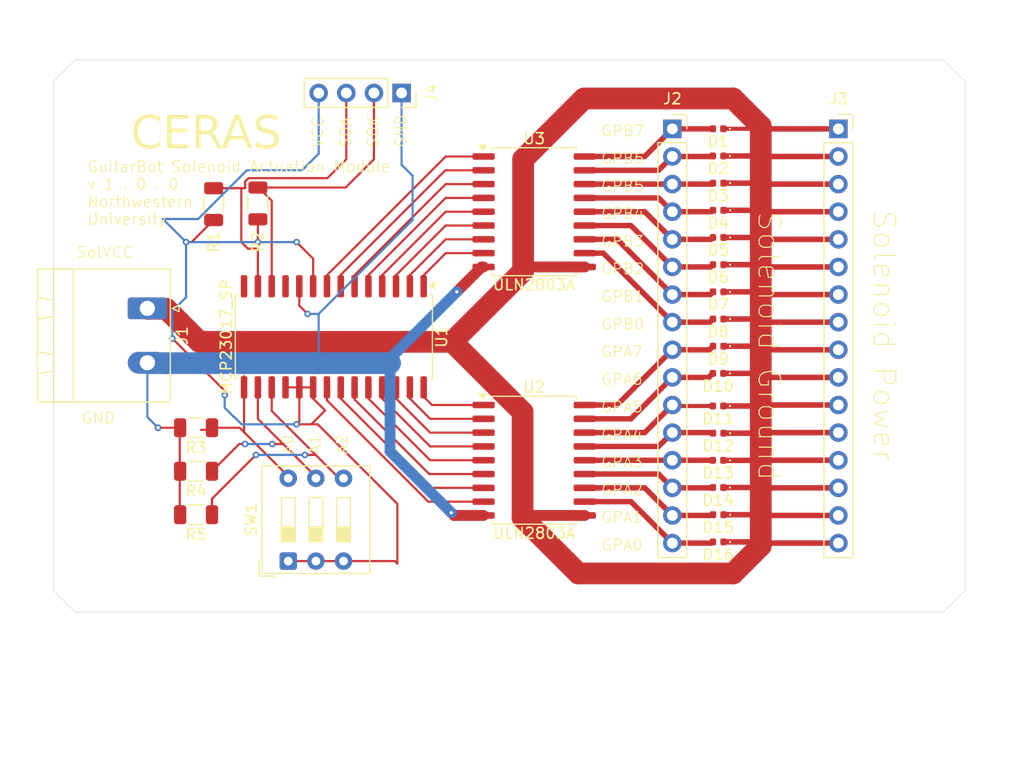
<source format=kicad_pcb>
(kicad_pcb (version 20241229) (generator "pcbnew") (generator_version "9.0")
  (layers (0 "F.Cu" signal) (2 "B.Cu" signal) (13 "F.Paste" user) (15 "B.Paste" user) (5 "F.SilkS" user "F.Silkscreen") (7 "B.SilkS" user "B.Silkscreen") (1 "F.Mask" user) (3 "B.Mask" user) (25 "Edge.Cuts" user))
  (net 0 "")
  (net 1 "+3.3V")
  (net 2 "/SDA")
  (net 3 "/SDK")
  (net 4 "GNDPWR")
  (net 5 "+12V")
  (net 6 "Net-(D1-A)")
  (net 7 "Net-(D2-A)")
  (net 8 "Net-(D3-A)")
  (net 9 "Net-(D4-A)")
  (net 10 "Net-(D5-A)")
  (net 11 "Net-(D6-A)")
  (net 12 "Net-(D7-A)")
  (net 13 "Net-(D8-A)")
  (net 14 "Net-(D9-A)")
  (net 15 "Net-(D10-A)")
  (net 16 "Net-(D11-A)")
  (net 17 "Net-(D12-A)")
  (net 18 "Net-(D13-A)")
  (net 19 "Net-(D14-A)")
  (net 20 "Net-(D15-A)")
  (net 21 "Net-(D16-A)")
  (net 22 "/Sol9")
  (net 23 "/Sol1")
  (net 24 "/Sol5")
  (net 25 "/Sol11")
  (net 27 "/Sol8")
  (net 28 "/Sol13")
  (net 29 "/Sol10")
  (net 30 "/Sol14")
  (net 31 "/Sol15")
  (net 33 "/Sol3")
  (net 34 "/Sol7")
  (net 35 "/Sol4")
  (net 36 "/Sol6")
  (net 37 "/Sol2")
  (net 38 "/Sol16")
  (net 39 "/Sol12")
  (net 40 "Net-(U1-A0)")
  (net 41 "Net-(U1-A1)")
  (net 42 "Net-(U1-A2)")
  (footprint "Diode_SMD:D_0402_1005Metric" (layer "F.Cu") (at 149 100 180)
    (property "Reference" "D9")
    (property "Value" "1N4001")
  )
  (footprint "Connector_PinSocket_2.54mm:PinSocket_1x16_P2.54mm_Vertical" (layer "F.Cu") (at 144.78 80.01)
    (property "Reference" "J2")
    (property "Value" "Screw_Terminal_01x16")
  )
  (footprint "Resistor_SMD:R_1206_3216Metric" (layer "F.Cu") (at 106.68 86.868 90)
    (property "Reference" "R2")
    (property "Value" "4k8")
  )
  (footprint "Resistor_SMD:R_1206_3216Metric" (layer "F.Cu") (at 101 111.5 180)
    (property "Reference" "R4")
    (property "Value" "10k")
  )
  (footprint "Diode_SMD:D_0402_1005Metric" (layer "F.Cu") (at 149 108 180)
    (property "Reference" "D12")
    (property "Value" "1N4001")
  )
  (footprint "Connector_PinSocket_2.54mm:PinSocket_1x16_P2.54mm_Vertical" (layer "F.Cu") (at 160.045 80.01)
    (property "Reference" "J3")
    (property "Value" "Screw_Terminal_01x16")
  )
  (footprint "Resistor_SMD:R_1206_3216Metric" (layer "F.Cu") (at 102.616 86.929501 90)
    (property "Reference" "R1")
    (property "Value" "4k8")
  )
  (footprint "Diode_SMD:D_0402_1005Metric" (layer "F.Cu") (at 148.985 113 180)
    (property "Reference" "D14")
    (property "Value" "1N4001")
  )
  (footprint "Package_SO:SOIC-28W_7.5x17.9mm_P1.27mm" (layer "F.Cu") (at 113.665 99.137999 -90)
    (property "Reference" "U1")
    (property "Value" "MCP23017_SP")
  )
  (footprint "Diode_SMD:D_0402_1005Metric" (layer "F.Cu") (at 149 95 180)
    (property "Reference" "D7")
    (property "Value" "1N4001")
  )
  (footprint "Diode_SMD:D_0402_1005Metric" (layer "F.Cu") (at 148.985 105.5 180)
    (property "Reference" "D11")
    (property "Value" "1N4001")
  )
  (footprint "Connector_PinSocket_2.54mm:PinSocket_1x04_P2.54mm_Vertical" (layer "F.Cu") (at 119.888 76.708 -90)
    (property "Reference" "J4")
    (property "Value" "Screw_Terminal_01x04")
  )
  (footprint "Diode_SMD:D_0402_1005Metric" (layer "F.Cu") (at 149 92.5 180)
    (property "Reference" "D6")
    (property "Value" "1N4001")
  )
  (footprint "Connector_Phoenix_MSTB:PhoenixContact_MSTBA_2,5_2-G_1x02_P5.00mm_Horizontal" (layer "F.Cu") (at 96.52 96.52 -90)
    (property "Reference" "J1")
    (property "Value" "Screw_Terminal_01x02")
  )
  (footprint "Diode_SMD:D_0402_1005Metric" (layer "F.Cu") (at 148.985 110.5 180)
    (property "Reference" "D13")
    (property "Value" "1N4001")
  )
  (footprint "Diode_SMD:D_0402_1005Metric" (layer "F.Cu") (at 149 115.5 180)
    (property "Reference" "D15")
    (property "Value" "1N4001")
  )
  (footprint "MountingHole:MountingHole_2.2mm_M2" (layer "F.Cu") (at 92.456 120.396)
    (property "Reference" "REF**" (hide yes))
    (property "Value" "MountingHole_2.2mm_M2")
  )
  (footprint "MountingHole:MountingHole_2.2mm_M2" (layer "F.Cu") (at 92.456 77.724)
    (property "Reference" "REF**" (hide yes))
    (property "Value" "MountingHole_2.2mm_M2")
  )
  (footprint "Package_SO:SOIC-18W_7.5x11.6mm_P1.27mm" (layer "F.Cu") (at 132.08 110.49)
    (property "Reference" "U2")
    (property "Value" "ULN2803A")
  )
  (footprint "Diode_SMD:D_0402_1005Metric" (layer "F.Cu") (at 149 90 180)
    (property "Reference" "D5")
    (property "Value" "1N4001")
  )
  (footprint "Diode_SMD:D_0402_1005Metric" (layer "F.Cu") (at 149 85 180)
    (property "Reference" "D3")
    (property "Value" "1N4001")
  )
  (footprint "Diode_SMD:D_0402_1005Metric" (layer "F.Cu") (at 148.985 80 180)
    (property "Reference" "D1")
    (property "Value" "1N4001")
  )
  (footprint "Resistor_SMD:R_1206_3216Metric" (layer "F.Cu") (at 101 115.5 180)
    (property "Reference" "R5")
    (property "Value" "10k")
  )
  (footprint "Diode_SMD:D_0402_1005Metric" (layer "F.Cu") (at 148.985 82.5 180)
    (property "Reference" "D2")
    (property "Value" "1N4001")
  )
  (footprint "Diode_SMD:D_0402_1005Metric" (layer "F.Cu") (at 149 118 180)
    (property "Reference" "D16")
    (property "Value" "1N4001")
  )
  (footprint "Resistor_SMD:R_1206_3216Metric" (layer "F.Cu") (at 101 107.5 180)
    (property "Reference" "R3")
    (property "Value" "10k")
  )
  (footprint "Button_Switch_THT:SW_DIP_SPSTx03_Slide_9.78x9.8mm_W7.62mm_P2.54mm" (layer "F.Cu") (at 109.472499 119.7675 90)
    (property "Reference" "SW1")
    (property "Value" "SW_DIP_x03")
  )
  (footprint "Diode_SMD:D_0402_1005Metric" (layer "F.Cu") (at 148.985 102.5 180)
    (property "Reference" "D10")
    (property "Value" "1N4001")
  )
  (footprint "Diode_SMD:D_0402_1005Metric" (layer "F.Cu") (at 149 87.5 180)
    (property "Reference" "D4")
    (property "Value" "1N4001")
  )
  (footprint "MountingHole:MountingHole_2.2mm_M2" (layer "F.Cu") (at 167.64 120.396)
    (property "Reference" "REF**" (hide yes))
    (property "Value" "MountingHole_2.2mm_M2")
  )
  (footprint "Diode_SMD:D_0402_1005Metric" (layer "F.Cu") (at 149 97.5 180)
    (property "Reference" "D8")
    (property "Value" "1N4001")
  )
  (footprint "MountingHole:MountingHole_2.2mm_M2" (layer "F.Cu") (at 167.64 77.724)
    (property "Reference" "REF**" (hide yes))
    (property "Value" "MountingHole_2.2mm_M2")
  )
  (footprint "Package_SO:SOIC-18W_7.5x11.6mm_P1.27mm" (layer "F.Cu") (at 132.08 87.63)
    (property "Reference" "U3")
    (property "Value" "ULN2803A")
  )
  (gr_line (start 99.5 115.5) (end 99.5 107.5) (stroke (width 0.2)) (layer "F.Cu") (net 4))
  (gr_line (start 169.704 73.66) (end 93.44 73.66) (stroke (width 0.05)) (layer "Edge.Cuts"))
  (gr_line (start 169.704 124.46) (end 171.704 122.46) (stroke (width 0.05)) (layer "Edge.Cuts"))
  (gr_line (start 87.884 122.460001) (end 87.884 75.660001) (stroke (width 0.05)) (layer "Edge.Cuts"))
  (gr_line (start 169.704 124.46) (end 93.44 124.46) (stroke (width 0.05)) (layer "Edge.Cuts"))
  (gr_line (start 89.884 124.460001) (end 93.44 124.46) (stroke (width 0.05)) (layer "Edge.Cuts"))
  (gr_line (start 89.884 124.460001) (end 87.884 122.460001) (stroke (width 0.05)) (layer "Edge.Cuts"))
  (gr_line (start 87.884 75.660001) (end 89.884 73.660001) (stroke (width 0.05)) (layer "Edge.Cuts"))
  (gr_line (start 93.44 73.66) (end 89.884 73.660001) (stroke (width 0.05)) (layer "Edge.Cuts"))
  (gr_line (start 171.704 75.66) (end 169.704 73.66) (stroke (width 0.05)) (layer "Edge.Cuts"))
  (gr_line (start 171.704 122.46) (end 171.704 75.66) (stroke (width 0.05)) (layer "Edge.Cuts"))
  (gr_text "GPA6" (at 138.176 103.632 0) (layer "F.SilkS") (effects (font (size 1 1) (thickness 0.1)) (justify left bottom)))
  (gr_text "GuitarBot Solenoid Actuation Module\nv 1 . 0 . 0\nNorthwestern\nUniversity" (at 90.932 88.9 0) (layer "F.SilkS") (effects (font (size 1 1) (thickness 0.1)) (justify left bottom)))
  (gr_text "GND\n" (at 90.424 107.188 0) (layer "F.SilkS") (effects (font (size 1 1) (thickness 0.1)) (justify left bottom)))
  (gr_text "GPA2" (at 138.176 113.792 0) (layer "F.SilkS") (effects (font (size 1 1) (thickness 0.1)) (justify left bottom)))
  (gr_text "GPB3\n" (at 138.176 90.932 0) (layer "F.SilkS") (effects (font (size 1 1) (thickness 0.1)) (justify left bottom)))
  (gr_text "A1" (at 112.5 110 90) (layer "F.SilkS") (effects (font (size 1 1) (thickness 0.1)) (justify left bottom)))
  (gr_text "GPA5" (at 138.176 106.172 0) (layer "F.SilkS") (effects (font (size 1 1) (thickness 0.1)) (justify left bottom)))
  (gr_text "Solenoid Power" (at 163.068 87.376 270) (layer "F.SilkS") (effects (font (size 2 2) (thickness 0.1)) (justify left bottom)))
  (gr_text "GPB2\n" (at 138.176 93.472 0) (layer "F.SilkS") (effects (font (size 1 1) (thickness 0.1)) (justify left bottom)))
  (gr_text "GND\n" (at 120.396 81.788 90) (layer "F.SilkS") (effects (font (size 1 1) (thickness 0.1)) (justify left bottom)))
  (gr_text "A2" (at 115 110 90) (layer "F.SilkS") (effects (font (size 1 1) (thickness 0.1)) (justify left bottom)))
  (gr_text "GPB7\n" (at 138.176 80.772 0) (layer "F.SilkS") (effects (font (size 1 1) (thickness 0.1)) (justify left bottom)))
  (gr_text "VCC\n" (at 112.776 81.788 90) (layer "F.SilkS") (effects (font (size 1 1) (thickness 0.1)) (justify left bottom)))
  (gr_text "Solenoid Ground\n" (at 152.5 87.5 270) (layer "F.SilkS") (effects (font (size 2 2) (thickness 0.1)) (justify left bottom)))
  (gr_text "GPA0" (at 138.176 118.872 0) (layer "F.SilkS") (effects (font (size 1 1) (thickness 0.1)) (justify left bottom)))
  (gr_text "GPA7\n" (at 138.176 101.092 0) (layer "F.SilkS") (effects (font (size 1 1) (thickness 0.1)) (justify left bottom)))
  (gr_text "GPB6\n" (at 138.176 83.312 0) (layer "F.SilkS") (effects (font (size 1 1) (thickness 0.1)) (justify left bottom)))
  (gr_text "GPB5\n" (at 138.176 85.852 0) (layer "F.SilkS") (effects (font (size 1 1) (thickness 0.1)) (justify left bottom)))
  (gr_text "SDK\n" (at 117.856 81.788 90) (layer "F.SilkS") (effects (font (size 1 1) (thickness 0.1)) (justify left bottom)))
  (gr_text "GPB1\n" (at 138.176 96.012 0) (layer "F.SilkS") (effects (font (size 1 1) (thickness 0.1)) (justify left bottom)))
  (gr_text "CERAS" (at 94.996 82.296 0) (layer "F.SilkS") (effects (font (size 3 3) (thickness 0.1)) (justify left bottom)))
  (gr_text "GPB0\n" (at 138.176 98.552 0) (layer "F.SilkS") (effects (font (size 1 1) (thickness 0.1)) (justify left bottom)))
  (gr_text "GPA4" (at 138.176 108.712 0) (layer "F.SilkS") (effects (font (size 1 1) (thickness 0.1)) (justify left bottom)))
  (gr_text "GPA3" (at 138.176 111.252 0) (layer "F.SilkS") (effects (font (size 1 1) (thickness 0.1)) (justify left bottom)))
  (gr_text "GPA1" (at 138.176 116.332 0) (layer "F.SilkS") (effects (font (size 1 1) (thickness 0.1)) (justify left bottom)))
  (gr_text "A0" (at 110 110 90) (layer "F.SilkS") (effects (font (size 1 1) (thickness 0.1)) (justify left bottom)))
  (gr_text "SDA\n" (at 115.316 81.788 90) (layer "F.SilkS") (effects (font (size 1 1) (thickness 0.1)) (justify left bottom)))
  (gr_text "SolVCC" (at 89.916 91.948 0) (layer "F.SilkS") (effects (font (size 1 1) (thickness 0.1)) (justify left bottom)))
  (gr_text "GPB4\n" (at 138.176 88.392 0) (layer "F.SilkS") (effects (font (size 1 1) (thickness 0.1)) (justify left bottom)))
  (segment (start 106.679999 88.330499) (end 106.68 88.3305) (width 0.2) (layer "F.Cu") (net 1))
  (segment (start 110.236 90.424) (end 111.76 91.948) (width 0.2) (layer "F.Cu") (net 1))
  (segment (start 111.76 91.948) (end 111.76 94.487999) (width 0.2) (layer "F.Cu") (net 1))
  (segment (start 110.49 103.787999) (end 111.76 103.787999) (width 0.2) (layer "F.Cu") (net 1))
  (segment (start 110.236 107.188) (end 110.49 106.934) (width 0.2) (layer "F.Cu") (net 1))
  (segment (start 100.583999 90.424) (end 100.076 90.424) (width 0.2) (layer "F.Cu") (net 1))
  (segment (start 112.861 105.913998) (end 111.586998 107.188) (width 0.2) (layer "F.Cu") (net 1))
  (segment (start 119.5 114.5) (end 119.5 120) (width 0.2) (layer "F.Cu") (net 1))
  (segment (start 111.76 104.812998) (end 111.76 103.787999) (width 0.2) (layer "F.Cu") (net 1))
  (segment (start 110.49 106.934) (end 110.49 103.787999) (width 0.2) (layer "F.Cu") (net 1))
  (segment (start 102.616 88.391999) (end 100.583999 90.424) (width 0.2) (layer "F.Cu") (net 1))
  (segment (start 103.632 104.104061) (end 98.823969 99.296031) (width 0.2) (layer "F.Cu") (net 1))
  (segment (start 111.586998 107.188) (end 110.236 107.188) (width 0.2) (layer "F.Cu") (net 1))
  (segment (start 119.2675 119.7675) (end 109.472499 119.7675) (width 0.2) (layer "F.Cu") (net 1))
  (segment (start 103.632 104.5) (end 103.632 104.104061) (width 0.2) (layer "F.Cu") (net 1))
  (segment (start 119.5 120) (end 119.2675 119.7675) (width 0.2) (layer "F.Cu") (net 1))
  (segment (start 112.861 105.913998) (end 111.76 104.812998) (width 0.2) (layer "F.Cu") (net 1))
  (segment (start 111.586998 107.188) (end 112.188 107.188) (width 0.2) (layer "F.Cu") (net 1))
  (segment (start 112.188 107.188) (end 119.5 114.5) (width 0.2) (layer "F.Cu") (net 1))
  (segment (start 106.68 88.3305) (end 106.68 90.424) (width 0.2) (layer "F.Cu") (net 1))
  (segment (start 109.219999 103.788) (end 110.49 103.787999) (width 0.2) (layer "F.Cu") (net 1))
  (via (at 110.236 107.188) (size 0.6) (drill 0.3) (layers "F.Cu" "B.Cu") (net 1))
  (via (at 110.236 90.424) (size 0.6) (drill 0.3) (layers "F.Cu" "B.Cu") (net 1))
  (via (at 103.632 104.5) (size 0.6) (drill 0.3) (layers "F.Cu" "B.Cu") (net 1))
  (via (at 106.68 90.424) (size 0.6) (drill 0.3) (layers "F.Cu" "B.Cu") (net 1))
  (via (at 100.076 90.424) (size 0.6) (drill 0.3) (layers "F.Cu" "B.Cu") (net 1))
  (via (at 98.823969 99.296031) (size 0.6) (drill 0.3) (layers "F.Cu" "B.Cu") (net 1))
  (segment (start 100.076 90.424) (end 106.68 90.424) (width 0.2) (layer "B.Cu") (net 1))
  (segment (start 105.188 107.188) (end 110.236 107.188) (width 0.2) (layer "B.Cu") (net 1))
  (segment (start 97.951 88.299) (end 101.185 88.299) (width 0.2) (layer "B.Cu") (net 1))
  (segment (start 105.664 83.82) (end 110.744 83.82) (width 0.2) (layer "B.Cu") (net 1))
  (segment (start 100.076 90.424) (end 97.951 88.299) (width 0.2) (layer "B.Cu") (net 1))
  (segment (start 104.5 106.5) (end 105.188 107.188) (width 0.2) (layer "B.Cu") (net 1))
  (segment (start 103.632 104.5) (end 103.632 105.664) (width 0.2) (layer "B.Cu") (net 1))
  (segment (start 104.468 106.5) (end 104.5 106.5) (width 0.2) (layer "B.Cu") (net 1))
  (segment (start 110.744 83.82) (end 112.268 82.296) (width 0.2) (layer "B.Cu") (net 1))
  (segment (start 101.185 88.299) (end 105.664 83.82) (width 0.2) (layer "B.Cu") (net 1))
  (segment (start 109.22 90.424) (end 110.236 90.424) (width 0.2) (layer "B.Cu") (net 1))
  (segment (start 100.076 95.504) (end 100.076 90.424) (width 0.2) (layer "B.Cu") (net 1))
  (segment (start 98.823969 96.756031) (end 100.076 95.504) (width 0.2) (layer "B.Cu") (net 1))
  (segment (start 112.268 82.296) (end 112.268 76.708) (width 0.2) (layer "B.Cu") (net 1))
  (segment (start 106.68 90.424) (end 109.22 90.424) (width 0.2) (layer "B.Cu") (net 1))
  (segment (start 98.823969 99.296031) (end 98.823969 96.756031) (width 0.2) (layer "B.Cu") (net 1))
  (segment (start 103.632 105.664) (end 104.468 106.5) (width 0.2) (layer "B.Cu") (net 1))
  (segment (start 102.616 85.467003) (end 105.156 85.467003) (width 0.2) (layer "F.Cu") (net 2))
  (segment (start 105.504001 84.857841) (end 105.504001 85.467003) (width 0.2) (layer "F.Cu") (net 2))
  (segment (start 105.757 91.025) (end 106.68 91.025) (width 0.2) (layer "F.Cu") (net 2))
  (segment (start 114.808 76.707998) (end 114.808 82.804) (width 0.2) (layer "F.Cu") (net 2))
  (segment (start 113.069999 84.542001) (end 105.819841 84.542001) (width 0.2) (layer "F.Cu") (net 2))
  (segment (start 114.808 82.804) (end 113.069999 84.542001) (width 0.2) (layer "F.Cu") (net 2))
  (segment (start 105.156 90.424) (end 105.493029 90.761029) (width 0.2) (layer "F.Cu") (net 2))
  (segment (start 106.68 91.025) (end 106.68 94.487998) (width 0.2) (layer "F.Cu") (net 2))
  (segment (start 105.819841 84.542001) (end 105.504001 84.857841) (width 0.2) (layer "F.Cu") (net 2))
  (segment (start 105.156 85.467003) (end 105.156 90.424) (width 0.2) (layer "F.Cu") (net 2))
  (segment (start 105.493028 90.761029) (end 105.757 91.025) (width 0.2) (layer "F.Cu") (net 2))
  (segment (start 105.493029 90.761029) (end 105.493028 90.761029) (width 0.2) (layer "F.Cu") (net 2))
  (segment (start 105.504001 85.467003) (end 102.616 85.467003) (width 0.2) (layer "F.Cu") (net 2))
  (segment (start 117.348 76.708) (end 117.348 82.804) (width 0.2) (layer "F.Cu") (net 3))
  (segment (start 107.95 86.614) (end 107.95 94.488) (width 0.2) (layer "F.Cu") (net 3))
  (segment (start 117.348 82.804) (end 114.746499 85.405501) (width 0.2) (layer "F.Cu") (net 3))
  (segment (start 114.746499 85.405501) (end 106.680001 85.405501) (width 0.2) (layer "F.Cu") (net 3))
  (segment (start 106.680001 85.405501) (end 106.741501 85.405501) (width 0.2) (layer "F.Cu") (net 3))
  (segment (start 106.741501 85.405501) (end 107.95 86.614) (width 0.2) (layer "F.Cu") (net 3))
  (segment (start 110.49 94.487999) (end 110.49 96.266) (width 0.2) (layer "F.Cu") (net 4))
  (segment (start 124.714 115.57) (end 124.46 115.316) (width 1) (layer "F.Cu") (net 4))
  (segment (start 97.5 107.5) (end 99.5 107.5) (width 0.2) (layer "F.Cu") (net 4))
  (segment (start 127.43 115.57) (end 124.714 115.57) (width 1) (layer "F.Cu") (net 4))
  (segment (start 110.49 96.266) (end 111.252 97.028) (width 0.2) (layer "F.Cu") (net 4))
  (segment (start 127.43 92.71) (end 127.254 92.71) (width 1) (layer "F.Cu") (net 4))
  (segment (start 127.254 92.71) (end 124.968 94.996) (width 1) (layer "F.Cu") (net 4))
  (via (at 97.5 107.5) (size 0.6) (drill 0.3) (layers "F.Cu" "B.Cu") (net 4))
  (via (at 111.252 97.028) (size 0.6) (drill 0.3) (layers "F.Cu" "B.Cu") (net 4))
  (via (at 124.968 94.996) (size 0.6) (drill 0.3) (layers "F.Cu" "B.Cu") (net 4))
  (via (at 97.5 107.5) (size 0.6) (drill 0.3) (layers "F.Cu" "B.Cu") (net 4))
  (via (at 124.46 115.316) (size 0.6) (drill 0.3) (layers "F.Cu" "B.Cu") (net 4))
  (segment (start 98.2655 101.56) (end 112.268 101.56) (width 2) (layer "B.Cu") (net 4))
  (segment (start 120.904 84.328) (end 120.904 88.392) (width 0.2) (layer "B.Cu") (net 4))
  (segment (start 118.832 109.688) (end 118.832 101.56) (width 1) (layer "B.Cu") (net 4))
  (segment (start 120.904 88.392) (end 112.268 97.028) (width 0.2) (layer "B.Cu") (net 4))
  (segment (start 119.888 76.708) (end 119.888 83.312) (width 0.2) (layer "B.Cu") (net 4))
  (segment (start 119.888 83.312) (end 120.904 84.328) (width 0.2) (layer "B.Cu") (net 4))
  (segment (start 118.832 101.132) (end 118.832 101.56) (width 1) (layer "B.Cu") (net 4))
  (segment (start 124.968 94.996) (end 118.832 101.132) (width 1) (layer "B.Cu") (net 4))
  (segment (start 98.2655 101.56) (end 96.56 101.56) (width 2) (layer "B.Cu") (net 4))
  (segment (start 96.56 101.56) (end 96.52 101.52) (width 2) (layer "B.Cu") (net 4))
  (segment (start 96.52 106.52) (end 96.52 101.52) (width 0.2) (layer "B.Cu") (net 4))
  (segment (start 112.268 101.56) (end 118.832 101.56) (width 2) (layer "B.Cu") (net 4))
  (segment (start 111.252 97.028) (end 112.268 97.028) (width 0.2) (layer "B.Cu") (net 4))
  (segment (start 97.5 107.5) (end 96.52 106.52) (width 0.2) (layer "B.Cu") (net 4))
  (segment (start 124.46 115.316) (end 118.832 109.688) (width 1) (layer "B.Cu") (net 4))
  (segment (start 112.268 97.028) (end 112.268 101.56) (width 0.2) (layer "B.Cu") (net 4))
  (segment (start 160.045 110.49) (end 153.162 110.49) (width 0.508) (layer "F.Cu") (net 5))
  (segment (start 149.485 92.5) (end 152.444 92.5) (width 0.508) (layer "F.Cu") (net 5))
  (segment (start 153.162 105.41) (end 152.908 105.664) (width 0.508) (layer "F.Cu") (net 5))
  (segment (start 152.908 82.296) (end 152.908 85.344) (width 2) (layer "F.Cu") (net 5))
  (segment (start 152.908 108.204) (end 152.908 110.744) (width 2) (layer "F.Cu") (net 5))
  (segment (start 136.73 92.71) (end 131.44776 92.71) (width 1) (layer "F.Cu") (net 5))
  (segment (start 160.045 107.95) (end 153.162 107.95) (width 0.508) (layer "F.Cu") (net 5))
  (segment (start 152.908 98.044) (end 152.908 100) (width 2) (layer "F.Cu") (net 5))
  (segment (start 152.908 118.364) (end 150.368 120.904) (width 2) (layer "F.Cu") (net 5))
  (segment (start 160.045 95.25) (end 153.162 95.25) (width 0.508) (layer "F.Cu") (net 5))
  (segment (start 131.272 115.57) (end 131.041 115.801) (width 0.508) (layer "F.Cu") (net 5))
  (segment (start 131.064 93.09376) (end 131.064 82.804) (width 2) (layer "F.Cu") (net 5))
  (segment (start 153.162 92.71) (end 152.908 92.964) (width 0.508) (layer "F.Cu") (net 5))
  (segment (start 152.908 87.63) (end 152.908 87.376) (width 0.508) (layer "F.Cu") (net 5))
  (segment (start 160.045 97.79) (end 153.162 97.79) (width 0.508) (layer "F.Cu") (net 5))
  (segment (start 160.045 102.87) (end 153.162 102.87) (width 0.508) (layer "F.Cu") (net 5))
  (segment (start 160.045 80.01) (end 153.162 80.01) (width 0.508) (layer "F.Cu") (net 5))
  (segment (start 136.73 115.57) (end 131.272 115.57) (width 1) (layer "F.Cu") (net 5))
  (segment (start 131.01576 115.77576) (end 131.041 115.801) (width 2) (layer "F.Cu") (net 5))
  (segment (start 153.67 100.33) (end 152.908 101.092) (width 0.508) (layer "F.Cu") (net 5))
  (segment (start 124.55876 99.599) (end 131.064 93.09376) (width 2) (layer "F.Cu") (net 5))
  (segment (start 152.284 102.5) (end 152.908 103.124) (width 0.508) (layer "F.Cu") (net 5))
  (segment (start 98.2655 96.56) (end 96.56 96.56) (width 2) (layer "F.Cu") (net 5))
  (segment (start 149.485 115.5) (end 152.724 115.5) (width 0.508) (layer "F.Cu") (net 5))
  (segment (start 152.624 113) (end 152.908 113.284) (width 0.508) (layer "F.Cu") (net 5))
  (segment (start 149.485 97.5) (end 152.364 97.5) (width 0.508) (layer "F.Cu") (net 5))
  (segment (start 136.652 77.216) (end 150.368 77.216) (width 2) (layer "F.Cu") (net 5))
  (segment (start 152.908 87.376) (end 152.908 90.424) (width 2) (layer "F.Cu") (net 5))
  (segment (start 152.908 103.124) (end 152.908 105.664) (width 2) (layer "F.Cu") (net 5))
  (segment (start 160.045 105.41) (end 153.162 105.41) (width 0.508) (layer "F.Cu") (net 5))
  (segment (start 96.56 96.56) (end 96.52 96.52) (width 2) (layer "F.Cu") (net 5))
  (segment (start 152.908 90.424) (end 152.908 92.964) (width 2) (layer "F.Cu") (net 5))
  (segment (start 152.724 115.5) (end 152.908 115.316) (width 0.508) (layer "F.Cu") (net 5))
  (segment (start 149.485 87.5) (end 152.784 87.5) (width 0.508) (layer "F.Cu") (net 5))
  (segment (start 153.162 85.09) (end 152.908 85.344) (width 0.508) (layer "F.Cu") (net 5))
  (segment (start 152.908 105.664) (end 152.908 108.204) (width 2) (layer "F.Cu") (net 5))
  (segment (start 131.01576 115.77576) (end 131.01576 106.056) (width 2) (layer "F.Cu") (net 5))
  (segment (start 152.908 95.504) (end 152.908 98.044) (width 2) (layer "F.Cu") (net 5))
  (segment (start 153.162 90.17) (end 152.908 90.424) (width 0.508) (layer "F.Cu") (net 5))
  (segment (start 152.908 85.344) (end 152.908 87.376) (width 2) (layer "F.Cu") (net 5))
  (segment (start 152.704 108) (end 152.908 108.204) (width 0.508) (layer "F.Cu") (net 5))
  (segment (start 101.3045 99.599) (end 98.2655 96.56) (width 2) (layer "F.Cu") (net 5))
  (segment (start 149.47 82.5) (end 152.704 82.5) (width 0.508) (layer "F.Cu") (net 5))
  (segment (start 149.47 80) (end 152.664 80) (width 0.381) (layer "F.Cu") (net 5))
  (segment (start 152.908 113.284) (end 152.908 115.316) (width 2) (layer "F.Cu") (net 5))
  (segment (start 153.162 115.57) (end 152.908 115.316) (width 0.508) (layer "F.Cu") (net 5))
  (segment (start 152.664 110.5) (end 152.908 110.744) (width 0.508) (layer "F.Cu") (net 5))
  (segment (start 160.045 92.71) (end 153.162 92.71) (width 0.508) (layer "F.Cu") (net 5))
  (segment (start 150.368 77.216) (end 152.908 79.756) (width 2) (layer "F.Cu") (net 5))
  (segment (start 152.908 79.756) (end 152.908 82.296) (width 2) (layer "F.Cu") (net 5))
  (segment (start 149.485 118) (end 152.408 118) (width 0.508) (layer "F.Cu") (net 5))
  (segment (start 149.47 113) (end 152.624 113) (width 0.508) (layer "F.Cu") (net 5))
  (segment (start 149.485 95) (end 152.404 95) (width 0.508) (layer "F.Cu") (net 5))
  (segment (start 153.162 118.11) (end 152.908 118.364) (width 0.508) (layer "F.Cu") (net 5))
  (segment (start 152.408 118) (end 152.908 117.5) (width 0.508) (layer "F.Cu") (net 5))
  (segment (start 153.162 102.87) (end 152.908 103.124) (width 0.508) (layer "F.Cu") (net 5))
  (segment (start 149.47 102.5) (end 152.284 102.5) (width 0.508) (layer "F.Cu") (net 5))
  (segment (start 152.544 118) (end 152.908 118.364) (width 0.2) (layer "F.Cu") (net 5))
  (segment (start 160.045 82.55) (end 152.908 82.55) (width 0.508) (layer "F.Cu") (net 5))
  (segment (start 160.045 90.17) (end 153.162 90.17) (width 0.508) (layer "F.Cu") (net 5))
  (segment (start 152.908 110.744) (end 152.908 113.284) (width 2) (layer "F.Cu") (net 5))
  (segment (start 152.908 115.316) (end 152.908 117.5) (width 2) (layer "F.Cu") (net 5))
  (segment (start 160.045 85.09) (end 153.162 85.09) (width 0.508) (layer "F.Cu") (net 5))
  (segment (start 152.664 80) (end 152.908 79.756) (width 0.2) (layer "F.Cu") (net 5))
  (segment (start 152.908 117.5) (end 152.908 118.364) (width 2) (layer "F.Cu") (net 5))
  (segment (start 131.01576 106.056) (end 124.55876 99.599) (width 2) (layer "F.Cu") (net 5))
  (segment (start 153.162 95.25) (end 152.908 95.504) (width 0.508) (layer "F.Cu") (net 5))
  (segment (start 152.908 101.092) (end 152.908 103.124) (width 2) (layer "F.Cu") (net 5))
  (segment (start 153.162 97.79) (end 152.908 98.044) (width 0.508) (layer "F.Cu") (net 5))
  (segment (start 160.045 113.03) (end 153.162 113.03) (width 0.508) (layer "F.Cu") (net 5))
  (segment (start 152.484 90) (end 152.908 90.424) (width 0.508) (layer "F.Cu") (net 5))
  (segment (start 160.045 100.33) (end 153.67 100.33) (width 0.508) (layer "F.Cu") (net 5))
  (segment (start 160.045 87.63) (end 152.908 87.63) (width 0.508) (layer "F.Cu") (net 5))
  (segment (start 136.144 120.904) (end 131.01576 115.77576) (width 2) (layer "F.Cu") (net 5))
  (segment (start 149.485 108) (end 152.704 108) (width 0.508) (layer "F.Cu") (net 5))
  (segment (start 149.47 105.5) (end 152.744 105.5) (width 0.508) (layer "F.Cu") (net 5))
  (segment (start 131.44776 92.71) (end 131.064 93.09376) (width 0.508) (layer "F.Cu") (net 5))
  (segment (start 149.485 90) (end 152.484 90) (width 0.508) (layer "F.Cu") (net 5))
  (segment (start 152.908 92.964) (end 152.908 95.504) (width 2) (layer "F.Cu") (net 5))
  (segment (start 153.162 113.03) (end 152.908 113.284) (width 0.508) (layer "F.Cu") (net 5))
  (segment (start 152.444 92.5) (end 152.908 92.964) (width 0.508) (layer "F.Cu") (net 5))
  (segment (start 152.744 105.5) (end 152.908 105.664) (width 0.508) (layer "F.Cu") (net 5))
  (segment (start 124.55876 99.599) (end 101.3045 99.599) (width 2) (layer "F.Cu") (net 5))
  (segment (start 160.045 115.57) (end 153.162 115.57) (width 0.508) (layer "F.Cu") (net 5))
  (segment (start 152.364 97.5) (end 152.908 98.044) (width 0.508) (layer "F.Cu") (net 5))
  (segment (start 152.704 82.5) (end 152.908 82.296) (width 0.508) (layer "F.Cu") (net 5))
  (segment (start 150.368 120.904) (end 136.144 120.904) (width 2) (layer "F.Cu") (net 5))
  (segment (start 149.485 85) (end 152.564 85) (width 0.508) (layer "F.Cu") (net 5))
  (segment (start 131.064 82.804) (end 136.652 77.216) (width 2) (layer "F.Cu") (net 5))
  (segment (start 160.045 118.11) (end 153.162 118.11) (width 0.508) (layer "F.Cu") (net 5))
  (segment (start 152.908 82.55) (end 152.908 82.296) (width 0.508) (layer "F.Cu") (net 5))
  (segment (start 153.162 80.01) (end 152.908 79.756) (width 0.508) (layer "F.Cu") (net 5))
  (segment (start 153.162 107.95) (end 152.908 108.204) (width 0.508) (layer "F.Cu") (net 5))
  (segment (start 152.564 85) (end 152.908 85.344) (width 0.508) (layer "F.Cu") (net 5))
  (segment (start 152.404 95) (end 152.908 95.504) (width 0.508) (layer "F.Cu") (net 5))
  (segment (start 153.162 110.49) (end 152.908 110.744) (width 0.508) (layer "F.Cu") (net 5))
  (segment (start 149.485 100) (end 152.908 100) (width 0.508) (layer "F.Cu") (net 5))
  (segment (start 149.47 110.5) (end 152.664 110.5) (width 0.508) (layer "F.Cu") (net 5))
  (segment (start 152.784 87.5) (end 152.908 87.376) (width 0.508) (layer "F.Cu") (net 5))
  (segment (start 152.908 100) (end 152.908 101.092) (width 2) (layer "F.Cu") (net 5))
  (segment (start 144.78 80.01) (end 148.49 80.01) (width 0.5) (layer "F.Cu") (net 6))
  (segment (start 142.24 82.55) (end 144.78 80.01) (width 0.5) (layer "F.Cu") (net 6))
  (segment (start 148.49 80.01) (end 148.5 80) (width 0.5) (layer "F.Cu") (net 6))
  (segment (start 136.73 82.55) (end 142.24 82.55) (width 0.5) (layer "F.Cu") (net 6))
  (segment (start 143.51 83.82) (end 144.78 82.55) (width 0.5) (layer "F.Cu") (net 7))
  (segment (start 136.73 83.82) (end 143.51 83.82) (width 0.5) (layer "F.Cu") (net 7))
  (segment (start 144.78 82.55) (end 148.45 82.55) (width 0.5) (layer "F.Cu") (net 7))
  (segment (start 148.45 82.55) (end 148.5 82.5) (width 0.5) (layer "F.Cu") (net 7))
  (segment (start 136.73 85.09) (end 144.78 85.09) (width 0.5) (layer "F.Cu") (net 8))
  (segment (start 148.425 85.09) (end 148.515 85) (width 0.5) (layer "F.Cu") (net 8))
  (segment (start 144.78 85.09) (end 148.425 85.09) (width 0.5) (layer "F.Cu") (net 8))
  (segment (start 136.73 86.36) (end 143.51 86.36) (width 0.5) (layer "F.Cu") (net 9))
  (segment (start 144.78 87.63) (end 148.385 87.63) (width 0.5) (layer "F.Cu") (net 9))
  (segment (start 143.51 86.36) (end 144.78 87.63) (width 0.5) (layer "F.Cu") (net 9))
  (segment (start 148.385 87.63) (end 148.515 87.5) (width 0.5) (layer "F.Cu") (net 9))
  (segment (start 144.78 90.17) (end 148.345 90.17) (width 0.5) (layer "F.Cu") (net 10))
  (segment (start 142.24 87.63) (end 144.78 90.17) (width 0.5) (layer "F.Cu") (net 10))
  (segment (start 136.73 87.63) (end 142.24 87.63) (width 0.5) (layer "F.Cu") (net 10))
  (segment (start 148.345 90.17) (end 148.515 90) (width 0.5) (layer "F.Cu") (net 10))
  (segment (start 140.97 88.9) (end 144.78 92.71) (width 0.5) (layer "F.Cu") (net 11))
  (segment (start 144.78 92.71) (end 148.305 92.71) (width 0.5) (layer "F.Cu") (net 11))
  (segment (start 148.305 92.71) (end 148.515 92.5) (width 0.5) (layer "F.Cu") (net 11))
  (segment (start 136.73 88.9) (end 140.97 88.9) (width 0.5) (layer "F.Cu") (net 11))
  (segment (start 139.7 90.17) (end 144.78 95.25) (width 0.5) (layer "F.Cu") (net 12))
  (segment (start 136.73 90.17) (end 139.7 90.17) (width 0.5) (layer "F.Cu") (net 12))
  (segment (start 144.78 95.25) (end 148.265 95.25) (width 0.5) (layer "F.Cu") (net 12))
  (segment (start 148.265 95.25) (end 148.515 95) (width 0.5) (layer "F.Cu") (net 12))
  (segment (start 136.73 91.44) (end 138.43 91.44) (width 0.5) (layer "F.Cu") (net 13))
  (segment (start 138.43 91.44) (end 144.78 97.79) (width 0.5) (layer "F.Cu") (net 13))
  (segment (start 148.225 97.79) (end 148.515 97.5) (width 0.5) (layer "F.Cu") (net 13))
  (segment (start 144.78 97.79) (end 148.225 97.79) (width 0.5) (layer "F.Cu") (net 13))
  (segment (start 136.73 105.41) (end 139.7 105.41) (width 0.5) (layer "F.Cu") (net 14))
  (segment (start 148.185 100.33) (end 148.515 100) (width 0.5) (layer "F.Cu") (net 14))
  (segment (start 144.78 100.33) (end 148.185 100.33) (width 0.5) (layer "F.Cu") (net 14))
  (segment (start 139.7 105.41) (end 144.78 100.33) (width 0.5) (layer "F.Cu") (net 14))
  (segment (start 148.13 102.87) (end 148.5 102.5) (width 0.5) (layer "F.Cu") (net 15))
  (segment (start 140.97 106.68) (end 144.78 102.87) (width 0.5) (layer "F.Cu") (net 15))
  (segment (start 136.73 106.68) (end 140.97 106.68) (width 0.5) (layer "F.Cu") (net 15))
  (segment (start 144.78 102.87) (end 148.13 102.87) (width 0.5) (layer "F.Cu") (net 15))
  (segment (start 148.5 105.5) (end 144.87 105.5) (width 0.381) (layer "F.Cu") (net 16))
  (segment (start 142.24 107.95) (end 144.78 105.41) (width 0.5) (layer "F.Cu") (net 16))
  (segment (start 136.73 107.95) (end 142.24 107.95) (width 0.5) (layer "F.Cu") (net 16))
  (segment (start 144.87 105.5) (end 144.78 105.41) (width 0.381) (layer "F.Cu") (net 16))
  (segment (start 148.465 107.95) (end 148.515 108) (width 0.5) (layer "F.Cu") (net 17))
  (segment (start 144.78 107.95) (end 148.465 107.95) (width 0.5) (layer "F.Cu") (net 17))
  (segment (start 143.51 109.22) (end 144.78 107.95) (width 0.5) (layer "F.Cu") (net 17))
  (segment (start 136.73 109.22) (end 143.51 109.22) (width 0.5) (layer "F.Cu") (net 17))
  (segment (start 148.49 110.49) (end 148.5 110.5) (width 0.5) (layer "F.Cu") (net 18))
  (segment (start 136.73 110.49) (end 144.78 110.49) (width 0.5) (layer "F.Cu") (net 18))
  (segment (start 144.78 110.49) (end 148.49 110.49) (width 0.5) (layer "F.Cu") (net 18))
  (segment (start 136.73 111.76) (end 143.51 111.76) (width 0.5) (layer "F.Cu") (net 19))
  (segment (start 143.51 111.76) (end 144.78 113.03) (width 0.5) (layer "F.Cu") (net 19))
  (segment (start 148.47 113.03) (end 148.5 113) (width 0.5) (layer "F.Cu") (net 19))
  (segment (start 144.78 113.03) (end 148.47 113.03) (width 0.5) (layer "F.Cu") (net 19))
  (segment (start 144.78 115.57) (end 148.445 115.57) (width 0.5) (layer "F.Cu") (net 20))
  (segment (start 142.24 113.03) (end 144.78 115.57) (width 0.5) (layer "F.Cu") (net 20))
  (segment (start 136.73 113.03) (end 142.24 113.03) (width 0.5) (layer "F.Cu") (net 20))
  (segment (start 148.445 115.57) (end 148.515 115.5) (width 0.5) (layer "F.Cu") (net 20))
  (segment (start 144.78 118.11) (end 148.405 118.11) (width 0.5) (layer "F.Cu") (net 21))
  (segment (start 136.73 114.3) (end 140.97 114.3) (width 0.5) (layer "F.Cu") (net 21))
  (segment (start 148.405 118.11) (end 148.515 118) (width 0.5) (layer "F.Cu") (net 21))
  (segment (start 140.97 114.3) (end 144.78 118.11) (width 0.5) (layer "F.Cu") (net 21))
  (segment (start 123.952 91.44) (end 127.43 91.44) (width 0.2) (layer "F.Cu") (net 22))
  (segment (start 121.919999 93.472001) (end 123.952 91.44) (width 0.2) (layer "F.Cu") (net 22))
  (segment (start 121.919999 94.487999) (end 121.919999 93.472001) (width 0.2) (layer "F.Cu") (net 22))
  (segment (start 113.03 104.982405) (end 122.347595 114.3) (width 0.2) (layer "F.Cu") (net 23))
  (segment (start 113.03 103.787997) (end 113.03 104.982405) (width 0.2) (layer "F.Cu") (net 23))
  (segment (start 122.347595 114.3) (end 127.43 114.3) (width 0.2) (layer "F.Cu") (net 23))
  (segment (start 122.517001 109.22) (end 127.43 109.22) (width 0.2) (layer "F.Cu") (net 24))
  (segment (start 118.109999 104.812998) (end 122.517001 109.22) (width 0.2) (layer "F.Cu") (net 24))
  (segment (start 118.109999 103.787999) (end 118.109999 104.812998) (width 0.2) (layer "F.Cu") (net 24))
  (segment (start 123.942999 88.9) (end 127.43 88.9) (width 0.2) (layer "F.Cu") (net 25))
  (segment (start 119.38 93.462999) (end 123.942999 88.9) (width 0.2) (layer "F.Cu") (net 25))
  (segment (start 119.38 94.487998) (end 119.38 93.462999) (width 0.2) (layer "F.Cu") (net 25))
  (segment (start 121.920001 104.648001) (end 122.682 105.41) (width 0.2) (layer "F.Cu") (net 27))
  (segment (start 121.920001 103.787998) (end 121.920001 104.648001) (width 0.2) (layer "F.Cu") (net 27))
  (segment (start 122.682 105.41) (end 127.43 105.41) (width 0.2) (layer "F.Cu") (net 27))
  (segment (start 123.943 86.36) (end 127.43 86.36) (width 0.2) (layer "F.Cu") (net 28))
  (segment (start 116.84 93.463) (end 123.943 86.36) (width 0.2) (layer "F.Cu") (net 28))
  (segment (start 116.84 94.487999) (end 116.84 93.463) (width 0.2) (layer "F.Cu") (net 28))
  (segment (start 123.943001 90.17) (end 127.43 90.17) (width 0.2) (layer "F.Cu") (net 29))
  (segment (start 120.65 94.488) (end 120.65 93.463001) (width 0.2) (layer "F.Cu") (net 29))
  (segment (start 120.65 93.463001) (end 123.943001 90.17) (width 0.2) (layer "F.Cu") (net 29))
  (segment (start 115.57 93.463) (end 123.943 85.09) (width 0.2) (layer "F.Cu") (net 30))
  (segment (start 115.57 94.487999) (end 115.57 93.463) (width 0.2) (layer "F.Cu") (net 30))
  (segment (start 123.943 85.09) (end 127.43 85.09) (width 0.2) (layer "F.Cu") (net 30))
  (segment (start 114.3 93.433276) (end 123.913276 83.82) (width 0.2) (layer "F.Cu") (net 31))
  (segment (start 123.913276 83.82) (end 127.43 83.82) (width 0.2) (layer "F.Cu") (net 31))
  (segment (start 114.3 94.488001) (end 114.3 93.433276) (width 0.2) (layer "F.Cu") (net 31))
  (segment (start 115.57 103.787999) (end 115.57 104.902) (width 0.2) (layer "F.Cu") (net 33))
  (segment (start 122.428 111.76) (end 127.43 111.76) (width 0.2) (layer "F.Cu") (net 33))
  (segment (start 115.57 104.902) (end 122.428 111.76) (width 0.2) (layer "F.Cu") (net 33))
  (segment (start 122.517001 106.68) (end 127.43 106.68) (width 0.2) (layer "F.Cu") (net 34))
  (segment (start 120.65 103.788) (end 120.65 104.812999) (width 0.2) (layer "F.Cu") (net 34))
  (segment (start 120.65 104.812999) (end 122.517001 106.68) (width 0.2) (layer "F.Cu") (net 34))
  (segment (start 116.84 103.787999) (end 116.84 104.812998) (width 0.2) (layer "F.Cu") (net 35))
  (segment (start 116.84 104.812998) (end 122.517002 110.49) (width 0.2) (layer "F.Cu") (net 35))
  (segment (start 122.517002 110.49) (end 127.43 110.49) (width 0.2) (layer "F.Cu") (net 35))
  (segment (start 119.38 103.787998) (end 119.38 104.812997) (width 0.2) (layer "F.Cu") (net 36))
  (segment (start 119.38 104.812997) (end 122.517003 107.95) (width 0.2) (layer "F.Cu") (net 36))
  (segment (start 122.517003 107.95) (end 127.43 107.95) (width 0.2) (layer "F.Cu") (net 36))
  (segment (start 122.517 113.03) (end 127.43 113.03) (width 0.2) (layer "F.Cu") (net 37))
  (segment (start 114.3 103.788001) (end 114.3 104.813) (width 0.2) (layer "F.Cu") (net 37))
  (segment (start 114.3 104.813) (end 122.517 113.03) (width 0.2) (layer "F.Cu") (net 37))
  (segment (start 113.03 93.462998) (end 123.942998 82.55) (width 0.2) (layer "F.Cu") (net 38))
  (segment (start 113.03 94.487997) (end 113.03 93.462998) (width 0.2) (layer "F.Cu") (net 38))
  (segment (start 123.942998 82.55) (end 127.43 82.55) (width 0.2) (layer "F.Cu") (net 38))
  (segment (start 118.110001 93.462999) (end 123.943 87.63) (width 0.2) (layer "F.Cu") (net 39))
  (segment (start 123.943 87.63) (end 127.43 87.63) (width 0.2) (layer "F.Cu") (net 39))
  (segment (start 118.110001 94.487998) (end 118.110001 93.462999) (width 0.2) (layer "F.Cu") (net 39))
  (segment (start 105.410001 107.910001) (end 105 107.5) (width 0.2) (layer "F.Cu") (net 40))
  (segment (start 101.461841 107.696001) (end 102.046498 107.696001) (width 0.2) (layer "F.Cu") (net 40))
  (segment (start 105.410001 102.763) (end 105.410001 103.787999) (width 0.2) (layer "F.Cu") (net 40))
  (segment (start 105.410001 103.787999) (end 105.410001 107.910001) (width 0.2) (layer "F.Cu") (net 40))
  (segment (start 105.410001 107.910001) (end 109.472499 111.972499) (width 0.2) (layer "F.Cu") (net 40))
  (segment (start 105 107.5) (end 102.4625 107.5) (width 0.2) (layer "F.Cu") (net 40))
  (segment (start 109 109) (end 108 109) (width 0.2) (layer "F.Cu") (net 41))
  (segment (start 104.962499 109) (end 102.462498 111.500001) (width 0.2) (layer "F.Cu") (net 41))
  (segment (start 111 111) (end 112.0125 112.0125) (width 0.2) (layer "F.Cu") (net 41))
  (segment (start 106.68 106.68) (end 109 109) (width 0.2) (layer "F.Cu") (net 41))
  (segment (start 109 109) (end 111 111) (width 0.2) (layer "F.Cu") (net 41))
  (segment (start 106.68 103.787998) (end 106.68 106.68) (width 0.2) (layer "F.Cu") (net 41))
  (segment (start 105.5 109) (end 104.962499 109) (width 0.2) (layer "F.Cu") (net 41))
  (via (at 105.5 109) (size 0.6) (drill 0.3) (layers "F.Cu" "B.Cu") (net 41))
  (via (at 108 109) (size 0.6) (drill 0.3) (layers "F.Cu" "B.Cu") (net 41))
  (segment (start 108 109) (end 105.5 109) (width 0.2) (layer "B.Cu") (net 41))
  (segment (start 112 110) (end 111 110) (width 0.2) (layer "F.Cu") (net 42))
  (segment (start 107.95 103.788) (end 107.95 105.95) (width 0.2) (layer "F.Cu") (net 42))
  (segment (start 112 110) (end 114.552501 112.552501) (width 0.2) (layer "F.Cu") (net 42))
  (segment (start 107.95 105.95) (end 112 110) (width 0.2) (layer "F.Cu") (net 42))
  (segment (start 106.5 110) (end 102.462499 114.037501) (width 0.2) (layer "F.Cu") (net 42))
  (segment (start 102.462499 114.037501) (end 102.462499 115.500001) (width 0.2) (layer "F.Cu") (net 42))
  (via (at 106.5 110) (size 0.6) (drill 0.3) (layers "F.Cu" "B.Cu") (net 42))
  (via (at 111 110) (size 0.6) (drill 0.3) (layers "F.Cu" "B.Cu") (net 42))
  (segment (start 111 110) (end 106.5 110) (width 0.2) (layer "B.Cu") (net 42))
)
</source>
